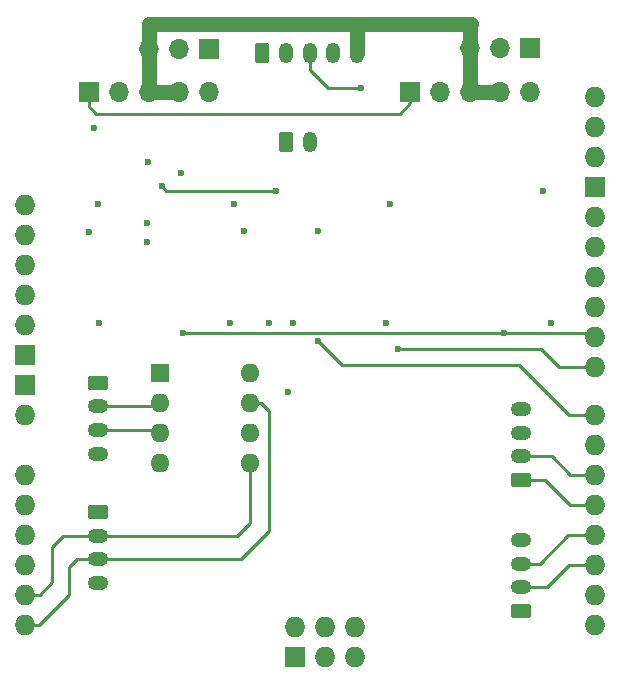
<source format=gbl>
G04 #@! TF.GenerationSoftware,KiCad,Pcbnew,7.0.0*
G04 #@! TF.CreationDate,2023-02-28T23:45:34-08:00*
G04 #@! TF.ProjectId,KYBERNETES-CHASSIS-SHIELD,4b594245-524e-4455-9445-532d43484153,rev?*
G04 #@! TF.SameCoordinates,Original*
G04 #@! TF.FileFunction,Copper,L4,Bot*
G04 #@! TF.FilePolarity,Positive*
%FSLAX46Y46*%
G04 Gerber Fmt 4.6, Leading zero omitted, Abs format (unit mm)*
G04 Created by KiCad (PCBNEW 7.0.0) date 2023-02-28 23:45:34*
%MOMM*%
%LPD*%
G01*
G04 APERTURE LIST*
G04 Aperture macros list*
%AMRoundRect*
0 Rectangle with rounded corners*
0 $1 Rounding radius*
0 $2 $3 $4 $5 $6 $7 $8 $9 X,Y pos of 4 corners*
0 Add a 4 corners polygon primitive as box body*
4,1,4,$2,$3,$4,$5,$6,$7,$8,$9,$2,$3,0*
0 Add four circle primitives for the rounded corners*
1,1,$1+$1,$2,$3*
1,1,$1+$1,$4,$5*
1,1,$1+$1,$6,$7*
1,1,$1+$1,$8,$9*
0 Add four rect primitives between the rounded corners*
20,1,$1+$1,$2,$3,$4,$5,0*
20,1,$1+$1,$4,$5,$6,$7,0*
20,1,$1+$1,$6,$7,$8,$9,0*
20,1,$1+$1,$8,$9,$2,$3,0*%
G04 Aperture macros list end*
G04 #@! TA.AperFunction,ComponentPad*
%ADD10R,1.600000X1.600000*%
G04 #@! TD*
G04 #@! TA.AperFunction,ComponentPad*
%ADD11O,1.600000X1.600000*%
G04 #@! TD*
G04 #@! TA.AperFunction,ComponentPad*
%ADD12R,1.700000X1.700000*%
G04 #@! TD*
G04 #@! TA.AperFunction,ComponentPad*
%ADD13O,1.700000X1.700000*%
G04 #@! TD*
G04 #@! TA.AperFunction,ComponentPad*
%ADD14RoundRect,0.250000X0.625000X-0.350000X0.625000X0.350000X-0.625000X0.350000X-0.625000X-0.350000X0*%
G04 #@! TD*
G04 #@! TA.AperFunction,ComponentPad*
%ADD15O,1.750000X1.200000*%
G04 #@! TD*
G04 #@! TA.AperFunction,ComponentPad*
%ADD16RoundRect,0.250000X-0.625000X0.350000X-0.625000X-0.350000X0.625000X-0.350000X0.625000X0.350000X0*%
G04 #@! TD*
G04 #@! TA.AperFunction,ComponentPad*
%ADD17O,1.727200X1.727200*%
G04 #@! TD*
G04 #@! TA.AperFunction,ComponentPad*
%ADD18R,1.727200X1.727200*%
G04 #@! TD*
G04 #@! TA.AperFunction,ComponentPad*
%ADD19RoundRect,0.250000X-0.350000X-0.625000X0.350000X-0.625000X0.350000X0.625000X-0.350000X0.625000X0*%
G04 #@! TD*
G04 #@! TA.AperFunction,ComponentPad*
%ADD20O,1.200000X1.750000*%
G04 #@! TD*
G04 #@! TA.AperFunction,ViaPad*
%ADD21C,0.600000*%
G04 #@! TD*
G04 #@! TA.AperFunction,Conductor*
%ADD22C,0.254000*%
G04 #@! TD*
G04 #@! TA.AperFunction,Conductor*
%ADD23C,1.270000*%
G04 #@! TD*
G04 APERTURE END LIST*
D10*
X139129999Y-105054999D03*
D11*
X139129999Y-107594999D03*
X139129999Y-110134999D03*
X139129999Y-112674999D03*
X146749999Y-112674999D03*
X146749999Y-110134999D03*
X146749999Y-107594999D03*
X146749999Y-105054999D03*
D12*
X143249999Y-77575118D03*
D13*
X140709999Y-77575118D03*
X138169999Y-77575118D03*
D14*
X169650000Y-114100000D03*
D15*
X169649999Y-112099999D03*
X169649999Y-110099999D03*
X169649999Y-108099999D03*
D14*
X169650000Y-125175000D03*
D15*
X169649999Y-123174999D03*
X169649999Y-121174999D03*
X169649999Y-119174999D03*
D16*
X133875000Y-116825000D03*
D15*
X133874999Y-118824999D03*
X133874999Y-120824999D03*
X133874999Y-122824999D03*
D17*
X127669999Y-90819880D03*
X127669999Y-98439880D03*
X127669999Y-100979880D03*
X155609999Y-129046880D03*
X127669999Y-113679880D03*
X127669999Y-116219880D03*
X127669999Y-118759880D03*
X127669999Y-121299880D03*
X127669999Y-123839880D03*
X127669999Y-126379880D03*
X175929999Y-86755880D03*
X175929999Y-126379880D03*
X175929999Y-123839880D03*
X175929999Y-121299880D03*
X175929999Y-118759880D03*
X175929999Y-116219880D03*
X175929999Y-113679880D03*
X175929999Y-111139880D03*
X175929999Y-108599880D03*
X175929999Y-104535880D03*
X175929999Y-101995880D03*
X175929999Y-99455880D03*
X175929999Y-96915880D03*
X175929999Y-94375880D03*
X175929999Y-91835880D03*
D18*
X175929999Y-89295880D03*
X127669999Y-103519880D03*
X127669999Y-106059880D03*
X150529999Y-129046880D03*
D17*
X127669999Y-93359880D03*
X155609999Y-126506880D03*
X153069999Y-129046880D03*
X127669999Y-95899880D03*
X150529999Y-126506880D03*
X153069999Y-126506880D03*
X175929999Y-81675880D03*
X175929999Y-84215880D03*
X127669999Y-108599880D03*
D19*
X147775000Y-77950000D03*
D20*
X149774999Y-77949999D03*
X151774999Y-77949999D03*
X153774999Y-77949999D03*
X155774999Y-77949999D03*
D19*
X149775000Y-85450000D03*
D20*
X151774999Y-85449999D03*
D12*
X133089999Y-81275118D03*
D13*
X135629999Y-81275118D03*
X138169999Y-81275118D03*
X140709999Y-81275118D03*
X143249999Y-81275118D03*
D12*
X160309999Y-81250118D03*
D13*
X162849999Y-81250118D03*
X165389999Y-81250118D03*
X167929999Y-81250118D03*
X170469999Y-81250118D03*
D16*
X133875000Y-105860000D03*
D15*
X133874999Y-107859999D03*
X133874999Y-109859999D03*
X133874999Y-111859999D03*
D12*
X170464999Y-77550118D03*
D13*
X167924999Y-77550118D03*
X165384999Y-77550118D03*
D21*
X159250000Y-102975000D03*
X148900000Y-89600000D03*
X152475000Y-102300000D03*
X168250000Y-101625000D03*
X141025000Y-101625000D03*
X172225000Y-100825000D03*
X133975000Y-100800000D03*
X158200000Y-100825000D03*
X150325000Y-100800000D03*
X148325000Y-100825000D03*
X145050000Y-100825000D03*
X158600000Y-90725000D03*
X171525000Y-89650000D03*
X152475000Y-93050000D03*
X146200000Y-93050000D03*
X145375000Y-90750000D03*
X133125000Y-93075000D03*
X138025000Y-93950000D03*
X140875000Y-88100000D03*
X133550000Y-84275000D03*
X133850000Y-90725000D03*
X138050000Y-87150000D03*
X138025000Y-92325000D03*
X156100000Y-80950000D03*
X139250000Y-89250000D03*
X149900000Y-106675000D03*
D22*
X159250000Y-102975000D02*
X171339119Y-102975000D01*
X172900000Y-104535881D02*
X175930000Y-104535881D01*
X171339119Y-102975000D02*
X172900000Y-104535881D01*
X152475000Y-102300000D02*
X154525000Y-104350000D01*
X154525000Y-104350000D02*
X169500000Y-104350000D01*
X169500000Y-104350000D02*
X173749881Y-108599881D01*
X173749881Y-108599881D02*
X175930000Y-108599881D01*
X148900000Y-89600000D02*
X139608000Y-89600000D01*
X139608000Y-89600000D02*
X139604000Y-89604000D01*
X141025000Y-101625000D02*
X168250000Y-101625000D01*
X168250000Y-101625000D02*
X175559119Y-101625000D01*
X175559119Y-101625000D02*
X175930000Y-101995881D01*
X148300000Y-118450000D02*
X148300000Y-108225000D01*
X147670000Y-107595000D02*
X146750000Y-107595000D01*
X148300000Y-108225000D02*
X147670000Y-107595000D01*
X146750000Y-112675000D02*
X146750000Y-117700000D01*
X131400000Y-121500000D02*
X131400000Y-123825000D01*
X130000000Y-119750000D02*
X130000000Y-122775000D01*
X133875000Y-109860000D02*
X138855000Y-109860000D01*
X138855000Y-109860000D02*
X139130000Y-110135000D01*
X133875000Y-107860000D02*
X138865000Y-107860000D01*
X138865000Y-107860000D02*
X139130000Y-107595000D01*
X173725119Y-121299881D02*
X175930000Y-121299881D01*
X169650000Y-123175000D02*
X171850000Y-123175000D01*
X171850000Y-123175000D02*
X173725119Y-121299881D01*
X173665119Y-118759881D02*
X175930000Y-118759881D01*
X169650000Y-121175000D02*
X171250000Y-121175000D01*
X171250000Y-121175000D02*
X173665119Y-118759881D01*
X130000000Y-119750000D02*
X130925000Y-118825000D01*
X127670000Y-123839881D02*
X128935119Y-123839881D01*
X128935119Y-123839881D02*
X130000000Y-122775000D01*
X130925000Y-118825000D02*
X133875000Y-118825000D01*
X133875000Y-118825000D02*
X145625000Y-118825000D01*
X145625000Y-118825000D02*
X146750000Y-117700000D01*
X128850000Y-126379881D02*
X127670000Y-126379881D01*
X145925000Y-120825000D02*
X148300000Y-118450000D01*
X132075000Y-120825000D02*
X131400000Y-121500000D01*
X131400000Y-123825000D02*
X128850000Y-126375000D01*
X133875000Y-120825000D02*
X132075000Y-120825000D01*
X133875000Y-120825000D02*
X145925000Y-120825000D01*
X128850000Y-126375000D02*
X128850000Y-126379881D01*
X175930000Y-116219881D02*
X173794881Y-116219881D01*
X171675000Y-114100000D02*
X169650000Y-114100000D01*
X173794881Y-116219881D02*
X171675000Y-114100000D01*
X175930000Y-113679881D02*
X173854881Y-113679881D01*
X173854881Y-113679881D02*
X172275000Y-112100000D01*
X172275000Y-112100000D02*
X169650000Y-112100000D01*
X160310000Y-82215000D02*
X160310000Y-81250119D01*
X133075000Y-81290119D02*
X133075000Y-82425000D01*
X133725000Y-83075000D02*
X159450000Y-83075000D01*
X133090000Y-81275119D02*
X133075000Y-81290119D01*
X133075000Y-82425000D02*
X133725000Y-83075000D01*
X159450000Y-83075000D02*
X160310000Y-82215000D01*
D23*
X165390000Y-81250119D02*
X167930000Y-81250119D01*
X165385000Y-81245119D02*
X165390000Y-81250119D01*
X138170000Y-81275119D02*
X140710000Y-81275119D01*
X155775000Y-75455000D02*
X165405000Y-75455000D01*
X165385000Y-77550119D02*
X165385000Y-81245119D01*
X165385000Y-75475000D02*
X165385000Y-77550119D01*
X138170000Y-75455000D02*
X155775000Y-75455000D01*
X138170000Y-77575119D02*
X138170000Y-75455000D01*
X138170000Y-81275119D02*
X138170000Y-77575119D01*
X155775000Y-77950000D02*
X155775000Y-75455000D01*
D22*
X153300000Y-80950000D02*
X156100000Y-80950000D01*
X151775000Y-77950000D02*
X151775000Y-79425000D01*
X151775000Y-79425000D02*
X153300000Y-80950000D01*
X139250000Y-89250000D02*
X139604000Y-89604000D01*
M02*

</source>
